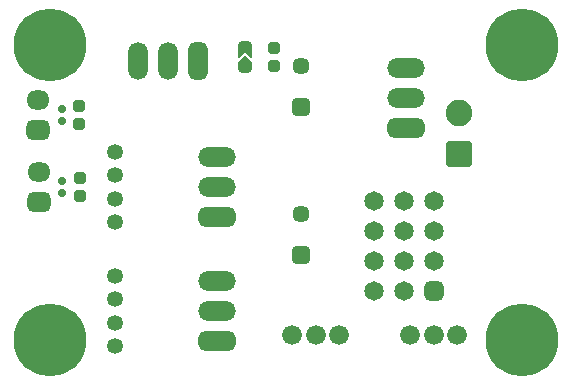
<source format=gbs>
G04*
G04 #@! TF.GenerationSoftware,Altium Limited,Altium Designer,21.1.1 (26)*
G04*
G04 Layer_Color=16711935*
%FSLAX24Y24*%
%MOIN*%
G70*
G04*
G04 #@! TF.SameCoordinates,F00D2E86-8B98-404A-8CF5-AA7CE4D76747*
G04*
G04*
G04 #@! TF.FilePolarity,Negative*
G04*
G01*
G75*
%ADD16C,0.0059*%
%ADD17C,0.0659*%
%ADD18C,0.0531*%
%ADD19C,0.0571*%
G04:AMPARAMS|DCode=20|XSize=57.1mil|YSize=57.1mil|CornerRadius=10.6mil|HoleSize=0mil|Usage=FLASHONLY|Rotation=270.000|XOffset=0mil|YOffset=0mil|HoleType=Round|Shape=RoundedRectangle|*
%AMROUNDEDRECTD20*
21,1,0.0571,0.0358,0,0,270.0*
21,1,0.0358,0.0571,0,0,270.0*
1,1,0.0213,-0.0179,-0.0179*
1,1,0.0213,-0.0179,0.0179*
1,1,0.0213,0.0179,0.0179*
1,1,0.0213,0.0179,-0.0179*
%
%ADD20ROUNDEDRECTD20*%
%ADD21O,0.1259X0.0659*%
G04:AMPARAMS|DCode=22|XSize=65.9mil|YSize=125.9mil|CornerRadius=24mil|HoleSize=0mil|Usage=FLASHONLY|Rotation=90.000|XOffset=0mil|YOffset=0mil|HoleType=Round|Shape=RoundedRectangle|*
%AMROUNDEDRECTD22*
21,1,0.0659,0.0780,0,0,90.0*
21,1,0.0180,0.1259,0,0,90.0*
1,1,0.0479,0.0390,0.0090*
1,1,0.0479,0.0390,-0.0090*
1,1,0.0479,-0.0390,-0.0090*
1,1,0.0479,-0.0390,0.0090*
%
%ADD22ROUNDEDRECTD22*%
G04:AMPARAMS|DCode=23|XSize=65mil|YSize=76.8mil|CornerRadius=17.7mil|HoleSize=0mil|Usage=FLASHONLY|Rotation=270.000|XOffset=0mil|YOffset=0mil|HoleType=Round|Shape=RoundedRectangle|*
%AMROUNDEDRECTD23*
21,1,0.0650,0.0413,0,0,270.0*
21,1,0.0295,0.0768,0,0,270.0*
1,1,0.0354,-0.0207,-0.0148*
1,1,0.0354,-0.0207,0.0148*
1,1,0.0354,0.0207,0.0148*
1,1,0.0354,0.0207,-0.0148*
%
%ADD23ROUNDEDRECTD23*%
%ADD24O,0.0768X0.0650*%
G04:AMPARAMS|DCode=25|XSize=88.6mil|YSize=88.6mil|CornerRadius=15.4mil|HoleSize=0mil|Usage=FLASHONLY|Rotation=90.000|XOffset=0mil|YOffset=0mil|HoleType=Round|Shape=RoundedRectangle|*
%AMROUNDEDRECTD25*
21,1,0.0886,0.0579,0,0,90.0*
21,1,0.0579,0.0886,0,0,90.0*
1,1,0.0307,0.0289,0.0289*
1,1,0.0307,0.0289,-0.0289*
1,1,0.0307,-0.0289,-0.0289*
1,1,0.0307,-0.0289,0.0289*
%
%ADD25ROUNDEDRECTD25*%
%ADD26C,0.0886*%
%ADD27C,0.2421*%
%ADD28O,0.0659X0.1259*%
G04:AMPARAMS|DCode=29|XSize=65.9mil|YSize=125.9mil|CornerRadius=24mil|HoleSize=0mil|Usage=FLASHONLY|Rotation=180.000|XOffset=0mil|YOffset=0mil|HoleType=Round|Shape=RoundedRectangle|*
%AMROUNDEDRECTD29*
21,1,0.0659,0.0780,0,0,180.0*
21,1,0.0180,0.1259,0,0,180.0*
1,1,0.0479,-0.0090,0.0390*
1,1,0.0479,0.0090,0.0390*
1,1,0.0479,0.0090,-0.0390*
1,1,0.0479,-0.0090,-0.0390*
%
%ADD29ROUNDEDRECTD29*%
%ADD30C,0.0650*%
G04:AMPARAMS|DCode=31|XSize=65mil|YSize=65mil|CornerRadius=17.7mil|HoleSize=0mil|Usage=FLASHONLY|Rotation=90.000|XOffset=0mil|YOffset=0mil|HoleType=Round|Shape=RoundedRectangle|*
%AMROUNDEDRECTD31*
21,1,0.0650,0.0295,0,0,90.0*
21,1,0.0295,0.0650,0,0,90.0*
1,1,0.0354,0.0148,0.0148*
1,1,0.0354,0.0148,-0.0148*
1,1,0.0354,-0.0148,-0.0148*
1,1,0.0354,-0.0148,0.0148*
%
%ADD31ROUNDEDRECTD31*%
G04:AMPARAMS|DCode=55|XSize=37.4mil|YSize=37.4mil|CornerRadius=7.7mil|HoleSize=0mil|Usage=FLASHONLY|Rotation=270.000|XOffset=0mil|YOffset=0mil|HoleType=Round|Shape=RoundedRectangle|*
%AMROUNDEDRECTD55*
21,1,0.0374,0.0220,0,0,270.0*
21,1,0.0220,0.0374,0,0,270.0*
1,1,0.0154,-0.0110,-0.0110*
1,1,0.0154,-0.0110,0.0110*
1,1,0.0154,0.0110,0.0110*
1,1,0.0154,0.0110,-0.0110*
%
%ADD55ROUNDEDRECTD55*%
G04:AMPARAMS|DCode=56|XSize=37.9mil|YSize=45.9mil|CornerRadius=11mil|HoleSize=0mil|Usage=FLASHONLY|Rotation=90.000|XOffset=0mil|YOffset=0mil|HoleType=Round|Shape=RoundedRectangle|*
%AMROUNDEDRECTD56*
21,1,0.0379,0.0240,0,0,90.0*
21,1,0.0160,0.0459,0,0,90.0*
1,1,0.0219,0.0120,0.0080*
1,1,0.0219,0.0120,-0.0080*
1,1,0.0219,-0.0120,-0.0080*
1,1,0.0219,-0.0120,0.0080*
%
%ADD56ROUNDEDRECTD56*%
G04:AMPARAMS|DCode=57|XSize=25.6mil|YSize=25.6mil|CornerRadius=5.9mil|HoleSize=0mil|Usage=FLASHONLY|Rotation=270.000|XOffset=0mil|YOffset=0mil|HoleType=Round|Shape=RoundedRectangle|*
%AMROUNDEDRECTD57*
21,1,0.0256,0.0138,0,0,270.0*
21,1,0.0138,0.0256,0,0,270.0*
1,1,0.0118,-0.0069,-0.0069*
1,1,0.0118,-0.0069,0.0069*
1,1,0.0118,0.0069,0.0069*
1,1,0.0118,0.0069,-0.0069*
%
%ADD57ROUNDEDRECTD57*%
G36*
X7913Y10630D02*
X7913D01*
X7913Y10620D01*
X7903Y10605D01*
X7886Y10598D01*
X7868Y10602D01*
X7862Y10608D01*
X7677Y10792D01*
Y10792D01*
X7493Y10608D01*
X7487Y10602D01*
X7468Y10598D01*
X7451Y10605D01*
X7441Y10621D01*
X7441Y10630D01*
X7441D01*
X7441Y10892D01*
X7913D01*
X7913Y10630D01*
D02*
G37*
G36*
X7689Y10667D02*
X7712Y10658D01*
X7721Y10649D01*
X7721Y10649D01*
X7913Y10456D01*
X7913Y10392D01*
X7441Y10392D01*
X7441Y10456D01*
X7634Y10649D01*
X7642Y10658D01*
X7665Y10667D01*
X7689Y10667D01*
D02*
G37*
D16*
X11417Y2047D02*
D03*
X15354D02*
D03*
X2677Y3937D02*
D03*
Y8071D02*
D03*
D17*
X9252Y1378D02*
D03*
X10039D02*
D03*
X10827D02*
D03*
X13189D02*
D03*
X13976D02*
D03*
X14764D02*
D03*
D18*
X3346Y3346D02*
D03*
Y984D02*
D03*
Y2559D02*
D03*
Y1772D02*
D03*
Y7480D02*
D03*
Y5118D02*
D03*
Y6693D02*
D03*
Y5906D02*
D03*
D19*
X9547Y10335D02*
D03*
X9547Y5413D02*
D03*
D20*
X9547Y8957D02*
D03*
X9547Y4035D02*
D03*
D21*
X13045Y10252D02*
D03*
Y9252D02*
D03*
X6746Y3165D02*
D03*
Y2165D02*
D03*
X6746Y7299D02*
D03*
X6746Y6299D02*
D03*
D22*
X13045Y8252D02*
D03*
X6746Y1165D02*
D03*
X6746Y5299D02*
D03*
D23*
X807Y5799D02*
D03*
X787Y8201D02*
D03*
D24*
X807Y6799D02*
D03*
X787Y9201D02*
D03*
D25*
X14803Y7382D02*
D03*
D26*
Y8760D02*
D03*
D27*
X16929Y1181D02*
D03*
X1181Y11024D02*
D03*
X16929D02*
D03*
X1181Y1181D02*
D03*
D28*
X4118Y10486D02*
D03*
X5118D02*
D03*
D29*
X6118Y10486D02*
D03*
D30*
X13992Y5831D02*
D03*
X13992Y3831D02*
D03*
X13992Y4831D02*
D03*
X11992Y5831D02*
D03*
X11992Y3831D02*
D03*
Y4831D02*
D03*
X11992Y2831D02*
D03*
X12992D02*
D03*
X12992Y4831D02*
D03*
Y3831D02*
D03*
Y5831D02*
D03*
D31*
X13992Y2831D02*
D03*
D55*
X8661Y10925D02*
D03*
X8661Y10335D02*
D03*
X2165Y8406D02*
D03*
X2165Y8996D02*
D03*
X2185Y6004D02*
D03*
X2185Y6594D02*
D03*
D56*
X7677Y10292D02*
D03*
Y10967D02*
D03*
D57*
X1575Y8898D02*
D03*
Y8504D02*
D03*
X1594Y6496D02*
D03*
Y6102D02*
D03*
M02*

</source>
